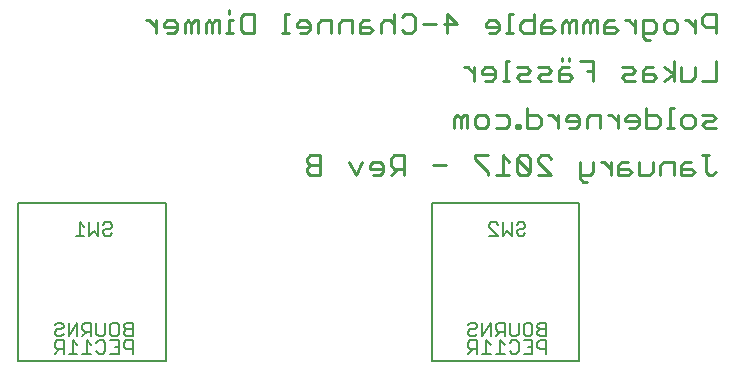
<source format=gbo>
G75*
%MOIN*%
%OFA0B0*%
%FSLAX25Y25*%
%IPPOS*%
%LPD*%
%AMOC8*
5,1,8,0,0,1.08239X$1,22.5*
%
%ADD10C,0.01000*%
%ADD11C,0.00591*%
%ADD12C,0.00600*%
D10*
X0156542Y0164905D02*
X0155442Y0166006D01*
X0155442Y0167107D01*
X0156542Y0168208D01*
X0159845Y0168208D01*
X0159845Y0171510D02*
X0156542Y0171510D01*
X0155442Y0170409D01*
X0155442Y0169308D01*
X0156542Y0168208D01*
X0156542Y0164905D02*
X0159845Y0164905D01*
X0159845Y0171510D01*
X0169438Y0169308D02*
X0171639Y0164905D01*
X0173841Y0169308D01*
X0176435Y0168208D02*
X0176435Y0167107D01*
X0180839Y0167107D01*
X0180839Y0168208D02*
X0179738Y0169308D01*
X0177536Y0169308D01*
X0176435Y0168208D01*
X0177536Y0164905D02*
X0179738Y0164905D01*
X0180839Y0166006D01*
X0180839Y0168208D01*
X0183433Y0168208D02*
X0184534Y0167107D01*
X0187837Y0167107D01*
X0185635Y0167107D02*
X0183433Y0164905D01*
X0183433Y0168208D02*
X0183433Y0170409D01*
X0184534Y0171510D01*
X0187837Y0171510D01*
X0187837Y0164905D01*
X0197429Y0168208D02*
X0201833Y0168208D01*
X0211425Y0170409D02*
X0215829Y0166006D01*
X0215829Y0164905D01*
X0218423Y0164905D02*
X0222827Y0164905D01*
X0220625Y0164905D02*
X0220625Y0171510D01*
X0222827Y0169308D01*
X0225421Y0170409D02*
X0225421Y0166006D01*
X0226522Y0164905D01*
X0228724Y0164905D01*
X0229825Y0166006D01*
X0225421Y0170409D01*
X0226522Y0171510D01*
X0228724Y0171510D01*
X0229825Y0170409D01*
X0229825Y0166006D01*
X0232419Y0164905D02*
X0236823Y0164905D01*
X0232419Y0169308D01*
X0232419Y0170409D01*
X0233520Y0171510D01*
X0235722Y0171510D01*
X0236823Y0170409D01*
X0246415Y0169308D02*
X0246415Y0163804D01*
X0247516Y0162703D01*
X0248617Y0162703D01*
X0249718Y0164905D02*
X0246415Y0164905D01*
X0249718Y0164905D02*
X0250819Y0166006D01*
X0250819Y0169308D01*
X0253348Y0169308D02*
X0254449Y0169308D01*
X0256651Y0167107D01*
X0256651Y0169308D02*
X0256651Y0164905D01*
X0259245Y0164905D02*
X0259245Y0168208D01*
X0260346Y0169308D01*
X0262548Y0169308D01*
X0262548Y0167107D02*
X0259245Y0167107D01*
X0259245Y0164905D02*
X0262548Y0164905D01*
X0263649Y0166006D01*
X0262548Y0167107D01*
X0266243Y0169308D02*
X0266243Y0164905D01*
X0269546Y0164905D01*
X0270647Y0166006D01*
X0270647Y0169308D01*
X0273241Y0168208D02*
X0273241Y0164905D01*
X0273241Y0168208D02*
X0274342Y0169308D01*
X0277644Y0169308D01*
X0277644Y0164905D01*
X0280239Y0164905D02*
X0283542Y0164905D01*
X0284642Y0166006D01*
X0283542Y0167107D01*
X0280239Y0167107D01*
X0280239Y0168208D02*
X0280239Y0164905D01*
X0280239Y0168208D02*
X0281340Y0169308D01*
X0283542Y0169308D01*
X0287237Y0171510D02*
X0289439Y0171510D01*
X0288338Y0171510D02*
X0288338Y0166006D01*
X0289439Y0164905D01*
X0290539Y0164905D01*
X0291640Y0166006D01*
X0291640Y0180653D02*
X0288338Y0180653D01*
X0287237Y0181754D01*
X0288338Y0182855D01*
X0290539Y0182855D01*
X0291640Y0183956D01*
X0290539Y0185057D01*
X0287237Y0185057D01*
X0284642Y0183956D02*
X0284642Y0181754D01*
X0283542Y0180653D01*
X0281340Y0180653D01*
X0280239Y0181754D01*
X0280239Y0183956D01*
X0281340Y0185057D01*
X0283542Y0185057D01*
X0284642Y0183956D01*
X0277644Y0187258D02*
X0276544Y0187258D01*
X0276544Y0180653D01*
X0277644Y0180653D02*
X0275443Y0180653D01*
X0272979Y0181754D02*
X0272979Y0183956D01*
X0271878Y0185057D01*
X0268575Y0185057D01*
X0268575Y0187258D02*
X0268575Y0180653D01*
X0271878Y0180653D01*
X0272979Y0181754D01*
X0265981Y0181754D02*
X0264880Y0180653D01*
X0262678Y0180653D01*
X0261577Y0182855D02*
X0265981Y0182855D01*
X0265981Y0183956D02*
X0264880Y0185057D01*
X0262678Y0185057D01*
X0261577Y0183956D01*
X0261577Y0182855D01*
X0258983Y0182855D02*
X0256781Y0185057D01*
X0255680Y0185057D01*
X0253152Y0185057D02*
X0253152Y0180653D01*
X0253152Y0185057D02*
X0249849Y0185057D01*
X0248748Y0183956D01*
X0248748Y0180653D01*
X0246154Y0181754D02*
X0246154Y0183956D01*
X0245053Y0185057D01*
X0242851Y0185057D01*
X0241750Y0183956D01*
X0241750Y0182855D01*
X0246154Y0182855D01*
X0246154Y0181754D02*
X0245053Y0180653D01*
X0242851Y0180653D01*
X0239156Y0180653D02*
X0239156Y0185057D01*
X0239156Y0182855D02*
X0236954Y0185057D01*
X0235853Y0185057D01*
X0233324Y0183956D02*
X0232223Y0185057D01*
X0228920Y0185057D01*
X0228920Y0187258D02*
X0228920Y0180653D01*
X0232223Y0180653D01*
X0233324Y0181754D01*
X0233324Y0183956D01*
X0226326Y0181754D02*
X0226326Y0180653D01*
X0225225Y0180653D01*
X0225225Y0181754D01*
X0226326Y0181754D01*
X0222827Y0181754D02*
X0221726Y0180653D01*
X0218423Y0180653D01*
X0215829Y0181754D02*
X0214728Y0180653D01*
X0212526Y0180653D01*
X0211425Y0181754D01*
X0211425Y0183956D01*
X0212526Y0185057D01*
X0214728Y0185057D01*
X0215829Y0183956D01*
X0215829Y0181754D01*
X0218423Y0185057D02*
X0221726Y0185057D01*
X0222827Y0183956D01*
X0222827Y0181754D01*
X0215829Y0171510D02*
X0211425Y0171510D01*
X0211425Y0170409D01*
X0208831Y0180653D02*
X0208831Y0185057D01*
X0207730Y0185057D01*
X0206629Y0183956D01*
X0205528Y0185057D01*
X0204427Y0183956D01*
X0204427Y0180653D01*
X0206629Y0180653D02*
X0206629Y0183956D01*
X0211164Y0196401D02*
X0211164Y0200805D01*
X0208962Y0200805D02*
X0207861Y0200805D01*
X0208962Y0200805D02*
X0211164Y0198603D01*
X0213758Y0198603D02*
X0218162Y0198603D01*
X0218162Y0199704D02*
X0217061Y0200805D01*
X0214859Y0200805D01*
X0213758Y0199704D01*
X0213758Y0198603D01*
X0214859Y0196401D02*
X0217061Y0196401D01*
X0218162Y0197502D01*
X0218162Y0199704D01*
X0220625Y0196401D02*
X0222827Y0196401D01*
X0221726Y0196401D02*
X0221726Y0203006D01*
X0222827Y0203006D01*
X0225421Y0200805D02*
X0228724Y0200805D01*
X0229825Y0199704D01*
X0228724Y0198603D01*
X0226522Y0198603D01*
X0225421Y0197502D01*
X0226522Y0196401D01*
X0229825Y0196401D01*
X0232419Y0197502D02*
X0233520Y0198603D01*
X0235722Y0198603D01*
X0236823Y0199704D01*
X0235722Y0200805D01*
X0232419Y0200805D01*
X0232419Y0197502D02*
X0233520Y0196401D01*
X0236823Y0196401D01*
X0239417Y0196401D02*
X0242720Y0196401D01*
X0243821Y0197502D01*
X0242720Y0198603D01*
X0239417Y0198603D01*
X0239417Y0199704D02*
X0239417Y0196401D01*
X0239417Y0199704D02*
X0240518Y0200805D01*
X0242720Y0200805D01*
X0242720Y0203006D02*
X0242720Y0204107D01*
X0240518Y0204107D02*
X0240518Y0203006D01*
X0246415Y0203006D02*
X0250819Y0203006D01*
X0250819Y0196401D01*
X0250819Y0199704D02*
X0248617Y0199704D01*
X0260411Y0200805D02*
X0263714Y0200805D01*
X0264815Y0199704D01*
X0263714Y0198603D01*
X0261512Y0198603D01*
X0260411Y0197502D01*
X0261512Y0196401D01*
X0264815Y0196401D01*
X0267409Y0196401D02*
X0270712Y0196401D01*
X0271813Y0197502D01*
X0270712Y0198603D01*
X0267409Y0198603D01*
X0267409Y0199704D02*
X0267409Y0196401D01*
X0267409Y0199704D02*
X0268510Y0200805D01*
X0270712Y0200805D01*
X0274342Y0200805D02*
X0277644Y0198603D01*
X0274342Y0196401D01*
X0277644Y0196401D02*
X0277644Y0203006D01*
X0280239Y0200805D02*
X0280239Y0196401D01*
X0283542Y0196401D01*
X0284642Y0197502D01*
X0284642Y0200805D01*
X0287237Y0196401D02*
X0291640Y0196401D01*
X0291640Y0203006D01*
X0291640Y0212149D02*
X0291640Y0218754D01*
X0288338Y0218754D01*
X0287237Y0217654D01*
X0287237Y0215452D01*
X0288338Y0214351D01*
X0291640Y0214351D01*
X0284642Y0214351D02*
X0282441Y0216553D01*
X0281340Y0216553D01*
X0278811Y0215452D02*
X0278811Y0213250D01*
X0277710Y0212149D01*
X0275508Y0212149D01*
X0274407Y0213250D01*
X0274407Y0215452D01*
X0275508Y0216553D01*
X0277710Y0216553D01*
X0278811Y0215452D01*
X0284642Y0216553D02*
X0284642Y0212149D01*
X0271813Y0213250D02*
X0270712Y0212149D01*
X0267409Y0212149D01*
X0267409Y0211048D02*
X0267409Y0216553D01*
X0270712Y0216553D01*
X0271813Y0215452D01*
X0271813Y0213250D01*
X0269611Y0209947D02*
X0268510Y0209947D01*
X0267409Y0211048D01*
X0264815Y0212149D02*
X0264815Y0216553D01*
X0264815Y0214351D02*
X0262613Y0216553D01*
X0261512Y0216553D01*
X0257882Y0216553D02*
X0255680Y0216553D01*
X0254579Y0215452D01*
X0254579Y0212149D01*
X0257882Y0212149D01*
X0258983Y0213250D01*
X0257882Y0214351D01*
X0254579Y0214351D01*
X0251985Y0216553D02*
X0250884Y0216553D01*
X0249783Y0215452D01*
X0248682Y0216553D01*
X0247581Y0215452D01*
X0247581Y0212149D01*
X0249783Y0212149D02*
X0249783Y0215452D01*
X0251985Y0216553D02*
X0251985Y0212149D01*
X0244987Y0212149D02*
X0244987Y0216553D01*
X0243886Y0216553D01*
X0242785Y0215452D01*
X0241684Y0216553D01*
X0240584Y0215452D01*
X0240584Y0212149D01*
X0242785Y0212149D02*
X0242785Y0215452D01*
X0237989Y0213250D02*
X0236888Y0214351D01*
X0233586Y0214351D01*
X0233586Y0215452D02*
X0233586Y0212149D01*
X0236888Y0212149D01*
X0237989Y0213250D01*
X0236888Y0216553D02*
X0234686Y0216553D01*
X0233586Y0215452D01*
X0230991Y0216553D02*
X0227689Y0216553D01*
X0226588Y0215452D01*
X0226588Y0213250D01*
X0227689Y0212149D01*
X0230991Y0212149D01*
X0230991Y0218754D01*
X0223993Y0218754D02*
X0222892Y0218754D01*
X0222892Y0212149D01*
X0223993Y0212149D02*
X0221791Y0212149D01*
X0219328Y0213250D02*
X0219328Y0215452D01*
X0218227Y0216553D01*
X0216025Y0216553D01*
X0214924Y0215452D01*
X0214924Y0214351D01*
X0219328Y0214351D01*
X0219328Y0213250D02*
X0218227Y0212149D01*
X0216025Y0212149D01*
X0205332Y0215452D02*
X0200928Y0215452D01*
X0198334Y0215452D02*
X0193930Y0215452D01*
X0191336Y0217654D02*
X0191336Y0213250D01*
X0190235Y0212149D01*
X0188033Y0212149D01*
X0186932Y0213250D01*
X0184338Y0212149D02*
X0184338Y0218754D01*
X0183237Y0216553D02*
X0181035Y0216553D01*
X0179934Y0215452D01*
X0179934Y0212149D01*
X0177340Y0213250D02*
X0176239Y0214351D01*
X0172936Y0214351D01*
X0172936Y0215452D02*
X0172936Y0212149D01*
X0176239Y0212149D01*
X0177340Y0213250D01*
X0176239Y0216553D02*
X0174037Y0216553D01*
X0172936Y0215452D01*
X0170342Y0216553D02*
X0170342Y0212149D01*
X0170342Y0216553D02*
X0167039Y0216553D01*
X0165939Y0215452D01*
X0165939Y0212149D01*
X0163344Y0212149D02*
X0163344Y0216553D01*
X0160041Y0216553D01*
X0158941Y0215452D01*
X0158941Y0212149D01*
X0156346Y0213250D02*
X0156346Y0215452D01*
X0155245Y0216553D01*
X0153044Y0216553D01*
X0151943Y0215452D01*
X0151943Y0214351D01*
X0156346Y0214351D01*
X0156346Y0213250D02*
X0155245Y0212149D01*
X0153044Y0212149D01*
X0149348Y0212149D02*
X0147146Y0212149D01*
X0148247Y0212149D02*
X0148247Y0218754D01*
X0149348Y0218754D01*
X0137685Y0218754D02*
X0137685Y0212149D01*
X0134382Y0212149D01*
X0133281Y0213250D01*
X0133281Y0217654D01*
X0134382Y0218754D01*
X0137685Y0218754D01*
X0130687Y0216553D02*
X0129586Y0216553D01*
X0129586Y0212149D01*
X0130687Y0212149D02*
X0128485Y0212149D01*
X0126022Y0212149D02*
X0126022Y0216553D01*
X0124921Y0216553D01*
X0123820Y0215452D01*
X0122719Y0216553D01*
X0121618Y0215452D01*
X0121618Y0212149D01*
X0123820Y0212149D02*
X0123820Y0215452D01*
X0119024Y0216553D02*
X0119024Y0212149D01*
X0116822Y0212149D02*
X0116822Y0215452D01*
X0115721Y0216553D01*
X0114620Y0215452D01*
X0114620Y0212149D01*
X0112026Y0213250D02*
X0112026Y0215452D01*
X0110925Y0216553D01*
X0108723Y0216553D01*
X0107622Y0215452D01*
X0107622Y0214351D01*
X0112026Y0214351D01*
X0112026Y0213250D02*
X0110925Y0212149D01*
X0108723Y0212149D01*
X0105028Y0212149D02*
X0105028Y0216553D01*
X0105028Y0214351D02*
X0102826Y0216553D01*
X0101725Y0216553D01*
X0116822Y0215452D02*
X0117923Y0216553D01*
X0119024Y0216553D01*
X0129586Y0218754D02*
X0129586Y0219855D01*
X0183237Y0216553D02*
X0184338Y0215452D01*
X0186932Y0217654D02*
X0188033Y0218754D01*
X0190235Y0218754D01*
X0191336Y0217654D01*
X0202029Y0218754D02*
X0202029Y0212149D01*
X0205332Y0215452D02*
X0202029Y0218754D01*
X0258983Y0185057D02*
X0258983Y0180653D01*
X0265981Y0181754D02*
X0265981Y0183956D01*
D11*
X0059217Y0155626D02*
X0059217Y0102870D01*
X0108430Y0102870D01*
X0108430Y0155626D01*
X0059217Y0155626D01*
X0197012Y0155626D02*
X0197012Y0102870D01*
X0246225Y0102870D01*
X0246225Y0155626D01*
X0197012Y0155626D01*
D12*
X0216081Y0148434D02*
X0216081Y0147700D01*
X0219017Y0144765D01*
X0216081Y0144765D01*
X0216081Y0148434D02*
X0216815Y0149168D01*
X0218283Y0149168D01*
X0219017Y0148434D01*
X0220685Y0149168D02*
X0220685Y0144765D01*
X0222153Y0146232D01*
X0223621Y0144765D01*
X0223621Y0149168D01*
X0225289Y0148434D02*
X0226023Y0149168D01*
X0227491Y0149168D01*
X0228225Y0148434D01*
X0228225Y0147700D01*
X0227491Y0146966D01*
X0226023Y0146966D01*
X0225289Y0146232D01*
X0225289Y0145499D01*
X0226023Y0144765D01*
X0227491Y0144765D01*
X0228225Y0145499D01*
X0228325Y0115704D02*
X0227591Y0114970D01*
X0227591Y0112034D01*
X0228325Y0111300D01*
X0229793Y0111300D01*
X0230527Y0112034D01*
X0230527Y0114970D01*
X0229793Y0115704D01*
X0228325Y0115704D01*
X0225923Y0115704D02*
X0225923Y0112034D01*
X0225189Y0111300D01*
X0223721Y0111300D01*
X0222987Y0112034D01*
X0222987Y0115704D01*
X0221319Y0115704D02*
X0221319Y0111300D01*
X0221319Y0112768D02*
X0219117Y0112768D01*
X0218383Y0113502D01*
X0218383Y0114970D01*
X0219117Y0115704D01*
X0221319Y0115704D01*
X0219851Y0112768D02*
X0218383Y0111300D01*
X0216715Y0111300D02*
X0216715Y0115704D01*
X0213779Y0111300D01*
X0213779Y0115704D01*
X0212111Y0114970D02*
X0212111Y0114236D01*
X0211377Y0113502D01*
X0209909Y0113502D01*
X0209175Y0112768D01*
X0209175Y0112034D01*
X0209909Y0111300D01*
X0211377Y0111300D01*
X0212111Y0112034D01*
X0212111Y0109798D02*
X0209909Y0109798D01*
X0209175Y0109064D01*
X0209175Y0107596D01*
X0209909Y0106862D01*
X0212111Y0106862D01*
X0212111Y0105394D02*
X0212111Y0109798D01*
X0215247Y0109798D02*
X0215247Y0105394D01*
X0216715Y0105394D02*
X0213779Y0105394D01*
X0210643Y0106862D02*
X0209175Y0105394D01*
X0215247Y0109798D02*
X0216715Y0108330D01*
X0218383Y0105394D02*
X0221319Y0105394D01*
X0219851Y0105394D02*
X0219851Y0109798D01*
X0221319Y0108330D01*
X0222987Y0109064D02*
X0223721Y0109798D01*
X0225189Y0109798D01*
X0225923Y0109064D01*
X0225923Y0106128D01*
X0225189Y0105394D01*
X0223721Y0105394D01*
X0222987Y0106128D01*
X0227591Y0105394D02*
X0230527Y0105394D01*
X0230527Y0109798D01*
X0227591Y0109798D01*
X0229059Y0107596D02*
X0230527Y0107596D01*
X0232195Y0107596D02*
X0232929Y0106862D01*
X0235131Y0106862D01*
X0235131Y0105394D02*
X0235131Y0109798D01*
X0232929Y0109798D01*
X0232195Y0109064D01*
X0232195Y0107596D01*
X0232929Y0111300D02*
X0235131Y0111300D01*
X0235131Y0115704D01*
X0232929Y0115704D01*
X0232195Y0114970D01*
X0232195Y0114236D01*
X0232929Y0113502D01*
X0235131Y0113502D01*
X0232929Y0113502D02*
X0232195Y0112768D01*
X0232195Y0112034D01*
X0232929Y0111300D01*
X0212111Y0114970D02*
X0211377Y0115704D01*
X0209909Y0115704D01*
X0209175Y0114970D01*
X0097335Y0115704D02*
X0097335Y0111300D01*
X0095133Y0111300D01*
X0094399Y0112034D01*
X0094399Y0112768D01*
X0095133Y0113502D01*
X0097335Y0113502D01*
X0095133Y0113502D02*
X0094399Y0114236D01*
X0094399Y0114970D01*
X0095133Y0115704D01*
X0097335Y0115704D01*
X0092731Y0114970D02*
X0092731Y0112034D01*
X0091997Y0111300D01*
X0090529Y0111300D01*
X0089796Y0112034D01*
X0089796Y0114970D01*
X0090529Y0115704D01*
X0091997Y0115704D01*
X0092731Y0114970D01*
X0088127Y0115704D02*
X0088127Y0112034D01*
X0087393Y0111300D01*
X0085926Y0111300D01*
X0085192Y0112034D01*
X0085192Y0115704D01*
X0083524Y0115704D02*
X0083524Y0111300D01*
X0083524Y0112768D02*
X0081322Y0112768D01*
X0080588Y0113502D01*
X0080588Y0114970D01*
X0081322Y0115704D01*
X0083524Y0115704D01*
X0082056Y0112768D02*
X0080588Y0111300D01*
X0078920Y0111300D02*
X0078920Y0115704D01*
X0075984Y0111300D01*
X0075984Y0115704D01*
X0074316Y0114970D02*
X0074316Y0114236D01*
X0073582Y0113502D01*
X0072114Y0113502D01*
X0071380Y0112768D01*
X0071380Y0112034D01*
X0072114Y0111300D01*
X0073582Y0111300D01*
X0074316Y0112034D01*
X0074316Y0109798D02*
X0072114Y0109798D01*
X0071380Y0109064D01*
X0071380Y0107596D01*
X0072114Y0106862D01*
X0074316Y0106862D01*
X0074316Y0105394D02*
X0074316Y0109798D01*
X0077452Y0109798D02*
X0077452Y0105394D01*
X0078920Y0105394D02*
X0075984Y0105394D01*
X0072848Y0106862D02*
X0071380Y0105394D01*
X0077452Y0109798D02*
X0078920Y0108330D01*
X0080588Y0105394D02*
X0083524Y0105394D01*
X0082056Y0105394D02*
X0082056Y0109798D01*
X0083524Y0108330D01*
X0085192Y0109064D02*
X0085926Y0109798D01*
X0087393Y0109798D01*
X0088127Y0109064D01*
X0088127Y0106128D01*
X0087393Y0105394D01*
X0085926Y0105394D01*
X0085192Y0106128D01*
X0089796Y0105394D02*
X0092731Y0105394D01*
X0092731Y0109798D01*
X0089796Y0109798D01*
X0091263Y0107596D02*
X0092731Y0107596D01*
X0094399Y0107596D02*
X0095133Y0106862D01*
X0097335Y0106862D01*
X0097335Y0105394D02*
X0097335Y0109798D01*
X0095133Y0109798D01*
X0094399Y0109064D01*
X0094399Y0107596D01*
X0074316Y0114970D02*
X0073582Y0115704D01*
X0072114Y0115704D01*
X0071380Y0114970D01*
X0078286Y0144765D02*
X0081222Y0144765D01*
X0079754Y0144765D02*
X0079754Y0149168D01*
X0081222Y0147700D01*
X0082890Y0149168D02*
X0082890Y0144765D01*
X0084358Y0146232D01*
X0085825Y0144765D01*
X0085825Y0149168D01*
X0087494Y0148434D02*
X0088228Y0149168D01*
X0089695Y0149168D01*
X0090429Y0148434D01*
X0090429Y0147700D01*
X0089695Y0146966D01*
X0088228Y0146966D01*
X0087494Y0146232D01*
X0087494Y0145499D01*
X0088228Y0144765D01*
X0089695Y0144765D01*
X0090429Y0145499D01*
M02*

</source>
